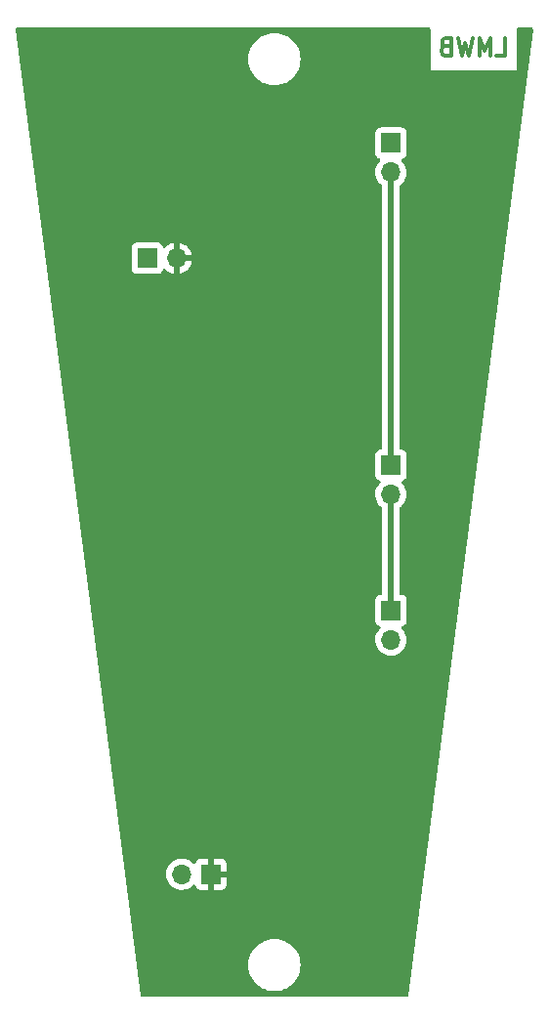
<source format=gbl>
G04 #@! TF.GenerationSoftware,KiCad,Pcbnew,6.0.11-2627ca5db0~126~ubuntu22.04.1*
G04 #@! TF.CreationDate,2023-11-05T13:12:04+01:00*
G04 #@! TF.ProjectId,CC_LED_Driver,43435f4c-4544-45f4-9472-697665722e6b,rev?*
G04 #@! TF.SameCoordinates,Original*
G04 #@! TF.FileFunction,Copper,L2,Bot*
G04 #@! TF.FilePolarity,Positive*
%FSLAX46Y46*%
G04 Gerber Fmt 4.6, Leading zero omitted, Abs format (unit mm)*
G04 Created by KiCad (PCBNEW 6.0.11-2627ca5db0~126~ubuntu22.04.1) date 2023-11-05 13:12:04*
%MOMM*%
%LPD*%
G01*
G04 APERTURE LIST*
%ADD10C,0.300000*%
G04 #@! TA.AperFunction,NonConductor*
%ADD11C,0.300000*%
G04 #@! TD*
G04 #@! TA.AperFunction,ComponentPad*
%ADD12R,1.700000X1.700000*%
G04 #@! TD*
G04 #@! TA.AperFunction,ComponentPad*
%ADD13O,1.700000X1.700000*%
G04 #@! TD*
G04 #@! TA.AperFunction,ViaPad*
%ADD14C,0.800000*%
G04 #@! TD*
G04 #@! TA.AperFunction,Conductor*
%ADD15C,0.500000*%
G04 #@! TD*
G04 APERTURE END LIST*
D10*
D11*
X144750000Y-63928571D02*
X145464285Y-63928571D01*
X145464285Y-62428571D01*
X144250000Y-63928571D02*
X144250000Y-62428571D01*
X143750000Y-63500000D01*
X143250000Y-62428571D01*
X143250000Y-63928571D01*
X142678571Y-62428571D02*
X142321428Y-63928571D01*
X142035714Y-62857142D01*
X141750000Y-63928571D01*
X141392857Y-62428571D01*
X140321428Y-63142857D02*
X140107142Y-63214285D01*
X140035714Y-63285714D01*
X139964285Y-63428571D01*
X139964285Y-63642857D01*
X140035714Y-63785714D01*
X140107142Y-63857142D01*
X140250000Y-63928571D01*
X140821428Y-63928571D01*
X140821428Y-62428571D01*
X140321428Y-62428571D01*
X140178571Y-62500000D01*
X140107142Y-62571428D01*
X140035714Y-62714285D01*
X140035714Y-62857142D01*
X140107142Y-63000000D01*
X140178571Y-63071428D01*
X140321428Y-63142857D01*
X140821428Y-63142857D01*
D12*
X135600000Y-112025000D03*
D13*
X135600000Y-114565000D03*
D12*
X114475000Y-81500000D03*
D13*
X117015000Y-81500000D03*
D12*
X120000000Y-134875000D03*
D13*
X117460000Y-134875000D03*
D12*
X135600000Y-71525000D03*
D13*
X135600000Y-74065000D03*
D12*
X135600000Y-99425000D03*
D13*
X135600000Y-101965000D03*
D14*
X131750000Y-142750000D03*
X124500000Y-136750000D03*
X129000000Y-142750000D03*
X134500000Y-142750000D03*
D15*
X135600000Y-99425000D02*
X135600000Y-74065000D01*
X135600000Y-101965000D02*
X135600000Y-112025000D01*
G04 #@! TA.AperFunction,Conductor*
G36*
X138962193Y-61528502D02*
G01*
X139008686Y-61582158D01*
X139020072Y-61634500D01*
X139020072Y-65191000D01*
X146479929Y-65191000D01*
X146479929Y-61634500D01*
X146499931Y-61566379D01*
X146553587Y-61519886D01*
X146605929Y-61508500D01*
X147778096Y-61508500D01*
X147846217Y-61528502D01*
X147892710Y-61582158D01*
X147903054Y-61650671D01*
X137067278Y-145381671D01*
X137038699Y-145446661D01*
X136979520Y-145485883D01*
X136942320Y-145491500D01*
X114057680Y-145491500D01*
X113989559Y-145471498D01*
X113943066Y-145417842D01*
X113932722Y-145381671D01*
X113592153Y-142750000D01*
X123236654Y-142750000D01*
X123256017Y-143045426D01*
X123313776Y-143335797D01*
X123408941Y-143616145D01*
X123539885Y-143881673D01*
X123704367Y-144127838D01*
X123707081Y-144130932D01*
X123707085Y-144130938D01*
X123896864Y-144347338D01*
X123899573Y-144350427D01*
X123902662Y-144353136D01*
X124119062Y-144542915D01*
X124119068Y-144542919D01*
X124122162Y-144545633D01*
X124125588Y-144547922D01*
X124125593Y-144547926D01*
X124309405Y-144670744D01*
X124368327Y-144710115D01*
X124372026Y-144711939D01*
X124372031Y-144711942D01*
X124508313Y-144779148D01*
X124633855Y-144841059D01*
X124637760Y-144842384D01*
X124637761Y-144842385D01*
X124910290Y-144934896D01*
X124910294Y-144934897D01*
X124914203Y-144936224D01*
X124918247Y-144937028D01*
X124918253Y-144937030D01*
X125200535Y-144993180D01*
X125200541Y-144993181D01*
X125204574Y-144993983D01*
X125208679Y-144994252D01*
X125208686Y-144994253D01*
X125495881Y-145013076D01*
X125500000Y-145013346D01*
X125504119Y-145013076D01*
X125791314Y-144994253D01*
X125791321Y-144994252D01*
X125795426Y-144993983D01*
X125799459Y-144993181D01*
X125799465Y-144993180D01*
X126081747Y-144937030D01*
X126081753Y-144937028D01*
X126085797Y-144936224D01*
X126089706Y-144934897D01*
X126089710Y-144934896D01*
X126362239Y-144842385D01*
X126362240Y-144842384D01*
X126366145Y-144841059D01*
X126491687Y-144779148D01*
X126627969Y-144711942D01*
X126627974Y-144711939D01*
X126631673Y-144710115D01*
X126690595Y-144670744D01*
X126874407Y-144547926D01*
X126874412Y-144547922D01*
X126877838Y-144545633D01*
X126880932Y-144542919D01*
X126880938Y-144542915D01*
X127097338Y-144353136D01*
X127100427Y-144350427D01*
X127103136Y-144347338D01*
X127292915Y-144130938D01*
X127292919Y-144130932D01*
X127295633Y-144127838D01*
X127460115Y-143881673D01*
X127591059Y-143616145D01*
X127686224Y-143335797D01*
X127743983Y-143045426D01*
X127763346Y-142750000D01*
X127743983Y-142454574D01*
X127686224Y-142164203D01*
X127591059Y-141883855D01*
X127460115Y-141618327D01*
X127295633Y-141372162D01*
X127292919Y-141369068D01*
X127292915Y-141369062D01*
X127103136Y-141152662D01*
X127100427Y-141149573D01*
X127097338Y-141146864D01*
X126880938Y-140957085D01*
X126880932Y-140957081D01*
X126877838Y-140954367D01*
X126874412Y-140952078D01*
X126874407Y-140952074D01*
X126635106Y-140792179D01*
X126631673Y-140789885D01*
X126627974Y-140788061D01*
X126627969Y-140788058D01*
X126491687Y-140720852D01*
X126366145Y-140658941D01*
X126362239Y-140657615D01*
X126089710Y-140565104D01*
X126089706Y-140565103D01*
X126085797Y-140563776D01*
X126081753Y-140562972D01*
X126081747Y-140562970D01*
X125799465Y-140506820D01*
X125799459Y-140506819D01*
X125795426Y-140506017D01*
X125791321Y-140505748D01*
X125791314Y-140505747D01*
X125504119Y-140486924D01*
X125500000Y-140486654D01*
X125495881Y-140486924D01*
X125208686Y-140505747D01*
X125208679Y-140505748D01*
X125204574Y-140506017D01*
X125200541Y-140506819D01*
X125200535Y-140506820D01*
X124918253Y-140562970D01*
X124918247Y-140562972D01*
X124914203Y-140563776D01*
X124910294Y-140565103D01*
X124910290Y-140565104D01*
X124637761Y-140657615D01*
X124633855Y-140658941D01*
X124508313Y-140720852D01*
X124372031Y-140788058D01*
X124372026Y-140788061D01*
X124368327Y-140789885D01*
X124364894Y-140792179D01*
X124125593Y-140952074D01*
X124125588Y-140952078D01*
X124122162Y-140954367D01*
X124119068Y-140957081D01*
X124119062Y-140957085D01*
X123902662Y-141146864D01*
X123899573Y-141149573D01*
X123896864Y-141152662D01*
X123707085Y-141369062D01*
X123707081Y-141369068D01*
X123704367Y-141372162D01*
X123539885Y-141618327D01*
X123408941Y-141883855D01*
X123313776Y-142164203D01*
X123256017Y-142454574D01*
X123236654Y-142750000D01*
X113592153Y-142750000D01*
X112568725Y-134841695D01*
X116097251Y-134841695D01*
X116110110Y-135064715D01*
X116111247Y-135069761D01*
X116111248Y-135069767D01*
X116125606Y-135133475D01*
X116159222Y-135282639D01*
X116243266Y-135489616D01*
X116359987Y-135680088D01*
X116506250Y-135848938D01*
X116678126Y-135991632D01*
X116871000Y-136104338D01*
X117079692Y-136184030D01*
X117084760Y-136185061D01*
X117084763Y-136185062D01*
X117192017Y-136206883D01*
X117298597Y-136228567D01*
X117303772Y-136228757D01*
X117303774Y-136228757D01*
X117516673Y-136236564D01*
X117516677Y-136236564D01*
X117521837Y-136236753D01*
X117526957Y-136236097D01*
X117526959Y-136236097D01*
X117738288Y-136209025D01*
X117738289Y-136209025D01*
X117743416Y-136208368D01*
X117748366Y-136206883D01*
X117952429Y-136145661D01*
X117952434Y-136145659D01*
X117957384Y-136144174D01*
X118157994Y-136045896D01*
X118339860Y-135916173D01*
X118407331Y-135848938D01*
X118448479Y-135807933D01*
X118510851Y-135774017D01*
X118581658Y-135779205D01*
X118638419Y-135821851D01*
X118655401Y-135852954D01*
X118696676Y-135963054D01*
X118705214Y-135978649D01*
X118781715Y-136080724D01*
X118794276Y-136093285D01*
X118896351Y-136169786D01*
X118911946Y-136178324D01*
X119032394Y-136223478D01*
X119047649Y-136227105D01*
X119098514Y-136232631D01*
X119105328Y-136233000D01*
X119727885Y-136233000D01*
X119743124Y-136228525D01*
X119744329Y-136227135D01*
X119746000Y-136219452D01*
X119746000Y-136214884D01*
X120254000Y-136214884D01*
X120258475Y-136230123D01*
X120259865Y-136231328D01*
X120267548Y-136232999D01*
X120894669Y-136232999D01*
X120901490Y-136232629D01*
X120952352Y-136227105D01*
X120967604Y-136223479D01*
X121088054Y-136178324D01*
X121103649Y-136169786D01*
X121205724Y-136093285D01*
X121218285Y-136080724D01*
X121294786Y-135978649D01*
X121303324Y-135963054D01*
X121348478Y-135842606D01*
X121352105Y-135827351D01*
X121357631Y-135776486D01*
X121358000Y-135769672D01*
X121358000Y-135147115D01*
X121353525Y-135131876D01*
X121352135Y-135130671D01*
X121344452Y-135129000D01*
X120272115Y-135129000D01*
X120256876Y-135133475D01*
X120255671Y-135134865D01*
X120254000Y-135142548D01*
X120254000Y-136214884D01*
X119746000Y-136214884D01*
X119746000Y-134602885D01*
X120254000Y-134602885D01*
X120258475Y-134618124D01*
X120259865Y-134619329D01*
X120267548Y-134621000D01*
X121339884Y-134621000D01*
X121355123Y-134616525D01*
X121356328Y-134615135D01*
X121357999Y-134607452D01*
X121357999Y-133980331D01*
X121357629Y-133973510D01*
X121352105Y-133922648D01*
X121348479Y-133907396D01*
X121303324Y-133786946D01*
X121294786Y-133771351D01*
X121218285Y-133669276D01*
X121205724Y-133656715D01*
X121103649Y-133580214D01*
X121088054Y-133571676D01*
X120967606Y-133526522D01*
X120952351Y-133522895D01*
X120901486Y-133517369D01*
X120894672Y-133517000D01*
X120272115Y-133517000D01*
X120256876Y-133521475D01*
X120255671Y-133522865D01*
X120254000Y-133530548D01*
X120254000Y-134602885D01*
X119746000Y-134602885D01*
X119746000Y-133535116D01*
X119741525Y-133519877D01*
X119740135Y-133518672D01*
X119732452Y-133517001D01*
X119105331Y-133517001D01*
X119098510Y-133517371D01*
X119047648Y-133522895D01*
X119032396Y-133526521D01*
X118911946Y-133571676D01*
X118896351Y-133580214D01*
X118794276Y-133656715D01*
X118781715Y-133669276D01*
X118705214Y-133771351D01*
X118696676Y-133786946D01*
X118655297Y-133897322D01*
X118612655Y-133954087D01*
X118546093Y-133978786D01*
X118476744Y-133963578D01*
X118444121Y-133937891D01*
X118393151Y-133881876D01*
X118393148Y-133881873D01*
X118389670Y-133878051D01*
X118385619Y-133874852D01*
X118385615Y-133874848D01*
X118218414Y-133742800D01*
X118218410Y-133742798D01*
X118214359Y-133739598D01*
X118018789Y-133631638D01*
X118013920Y-133629914D01*
X118013916Y-133629912D01*
X117813087Y-133558795D01*
X117813083Y-133558794D01*
X117808212Y-133557069D01*
X117803119Y-133556162D01*
X117803116Y-133556161D01*
X117593373Y-133518800D01*
X117593367Y-133518799D01*
X117588284Y-133517894D01*
X117514452Y-133516992D01*
X117370081Y-133515228D01*
X117370079Y-133515228D01*
X117364911Y-133515165D01*
X117144091Y-133548955D01*
X116931756Y-133618357D01*
X116733607Y-133721507D01*
X116729474Y-133724610D01*
X116729471Y-133724612D01*
X116646450Y-133786946D01*
X116554965Y-133855635D01*
X116400629Y-134017138D01*
X116274743Y-134201680D01*
X116180688Y-134404305D01*
X116120989Y-134619570D01*
X116097251Y-134841695D01*
X112568725Y-134841695D01*
X109940372Y-114531695D01*
X134237251Y-114531695D01*
X134237548Y-114536848D01*
X134237548Y-114536851D01*
X134243011Y-114631590D01*
X134250110Y-114754715D01*
X134251247Y-114759761D01*
X134251248Y-114759767D01*
X134271119Y-114847939D01*
X134299222Y-114972639D01*
X134383266Y-115179616D01*
X134499987Y-115370088D01*
X134646250Y-115538938D01*
X134818126Y-115681632D01*
X135011000Y-115794338D01*
X135219692Y-115874030D01*
X135224760Y-115875061D01*
X135224763Y-115875062D01*
X135332017Y-115896883D01*
X135438597Y-115918567D01*
X135443772Y-115918757D01*
X135443774Y-115918757D01*
X135656673Y-115926564D01*
X135656677Y-115926564D01*
X135661837Y-115926753D01*
X135666957Y-115926097D01*
X135666959Y-115926097D01*
X135878288Y-115899025D01*
X135878289Y-115899025D01*
X135883416Y-115898368D01*
X135888366Y-115896883D01*
X136092429Y-115835661D01*
X136092434Y-115835659D01*
X136097384Y-115834174D01*
X136297994Y-115735896D01*
X136479860Y-115606173D01*
X136638096Y-115448489D01*
X136697594Y-115365689D01*
X136765435Y-115271277D01*
X136768453Y-115267077D01*
X136867430Y-115066811D01*
X136932370Y-114853069D01*
X136961529Y-114631590D01*
X136963156Y-114565000D01*
X136944852Y-114342361D01*
X136890431Y-114125702D01*
X136801354Y-113920840D01*
X136680014Y-113733277D01*
X136676532Y-113729450D01*
X136532798Y-113571488D01*
X136501746Y-113507642D01*
X136510141Y-113437143D01*
X136555317Y-113382375D01*
X136581761Y-113368706D01*
X136688297Y-113328767D01*
X136696705Y-113325615D01*
X136813261Y-113238261D01*
X136900615Y-113121705D01*
X136951745Y-112985316D01*
X136958500Y-112923134D01*
X136958500Y-111126866D01*
X136951745Y-111064684D01*
X136900615Y-110928295D01*
X136813261Y-110811739D01*
X136696705Y-110724385D01*
X136560316Y-110673255D01*
X136498134Y-110666500D01*
X136484500Y-110666500D01*
X136416379Y-110646498D01*
X136369886Y-110592842D01*
X136358500Y-110540500D01*
X136358500Y-103157632D01*
X136378502Y-103089511D01*
X136411331Y-103055054D01*
X136479860Y-103006173D01*
X136638096Y-102848489D01*
X136697594Y-102765689D01*
X136765435Y-102671277D01*
X136768453Y-102667077D01*
X136867430Y-102466811D01*
X136932370Y-102253069D01*
X136961529Y-102031590D01*
X136963156Y-101965000D01*
X136944852Y-101742361D01*
X136890431Y-101525702D01*
X136801354Y-101320840D01*
X136680014Y-101133277D01*
X136676532Y-101129450D01*
X136532798Y-100971488D01*
X136501746Y-100907642D01*
X136510141Y-100837143D01*
X136555317Y-100782375D01*
X136581761Y-100768706D01*
X136688297Y-100728767D01*
X136696705Y-100725615D01*
X136813261Y-100638261D01*
X136900615Y-100521705D01*
X136951745Y-100385316D01*
X136958500Y-100323134D01*
X136958500Y-98526866D01*
X136951745Y-98464684D01*
X136900615Y-98328295D01*
X136813261Y-98211739D01*
X136696705Y-98124385D01*
X136560316Y-98073255D01*
X136498134Y-98066500D01*
X136484500Y-98066500D01*
X136416379Y-98046498D01*
X136369886Y-97992842D01*
X136358500Y-97940500D01*
X136358500Y-75257632D01*
X136378502Y-75189511D01*
X136411331Y-75155054D01*
X136479860Y-75106173D01*
X136638096Y-74948489D01*
X136697594Y-74865689D01*
X136765435Y-74771277D01*
X136768453Y-74767077D01*
X136867430Y-74566811D01*
X136932370Y-74353069D01*
X136961529Y-74131590D01*
X136963156Y-74065000D01*
X136944852Y-73842361D01*
X136890431Y-73625702D01*
X136801354Y-73420840D01*
X136680014Y-73233277D01*
X136676532Y-73229450D01*
X136532798Y-73071488D01*
X136501746Y-73007642D01*
X136510141Y-72937143D01*
X136555317Y-72882375D01*
X136581761Y-72868706D01*
X136688297Y-72828767D01*
X136696705Y-72825615D01*
X136813261Y-72738261D01*
X136900615Y-72621705D01*
X136951745Y-72485316D01*
X136958500Y-72423134D01*
X136958500Y-70626866D01*
X136951745Y-70564684D01*
X136900615Y-70428295D01*
X136813261Y-70311739D01*
X136696705Y-70224385D01*
X136560316Y-70173255D01*
X136498134Y-70166500D01*
X134701866Y-70166500D01*
X134639684Y-70173255D01*
X134503295Y-70224385D01*
X134386739Y-70311739D01*
X134299385Y-70428295D01*
X134248255Y-70564684D01*
X134241500Y-70626866D01*
X134241500Y-72423134D01*
X134248255Y-72485316D01*
X134299385Y-72621705D01*
X134386739Y-72738261D01*
X134503295Y-72825615D01*
X134511704Y-72828767D01*
X134511705Y-72828768D01*
X134620451Y-72869535D01*
X134677216Y-72912176D01*
X134701916Y-72978738D01*
X134686709Y-73048087D01*
X134667316Y-73074568D01*
X134540629Y-73207138D01*
X134414743Y-73391680D01*
X134320688Y-73594305D01*
X134260989Y-73809570D01*
X134237251Y-74031695D01*
X134237548Y-74036848D01*
X134237548Y-74036851D01*
X134243011Y-74131590D01*
X134250110Y-74254715D01*
X134251247Y-74259761D01*
X134251248Y-74259767D01*
X134271119Y-74347939D01*
X134299222Y-74472639D01*
X134383266Y-74679616D01*
X134499987Y-74870088D01*
X134646250Y-75038938D01*
X134795985Y-75163250D01*
X134835620Y-75222152D01*
X134841500Y-75260194D01*
X134841500Y-97940500D01*
X134821498Y-98008621D01*
X134767842Y-98055114D01*
X134715500Y-98066500D01*
X134701866Y-98066500D01*
X134639684Y-98073255D01*
X134503295Y-98124385D01*
X134386739Y-98211739D01*
X134299385Y-98328295D01*
X134248255Y-98464684D01*
X134241500Y-98526866D01*
X134241500Y-100323134D01*
X134248255Y-100385316D01*
X134299385Y-100521705D01*
X134386739Y-100638261D01*
X134503295Y-100725615D01*
X134511704Y-100728767D01*
X134511705Y-100728768D01*
X134620451Y-100769535D01*
X134677216Y-100812176D01*
X134701916Y-100878738D01*
X134686709Y-100948087D01*
X134667316Y-100974568D01*
X134540629Y-101107138D01*
X134414743Y-101291680D01*
X134320688Y-101494305D01*
X134260989Y-101709570D01*
X134237251Y-101931695D01*
X134237548Y-101936848D01*
X134237548Y-101936851D01*
X134243011Y-102031590D01*
X134250110Y-102154715D01*
X134251247Y-102159761D01*
X134251248Y-102159767D01*
X134271119Y-102247939D01*
X134299222Y-102372639D01*
X134383266Y-102579616D01*
X134499987Y-102770088D01*
X134646250Y-102938938D01*
X134795985Y-103063250D01*
X134835620Y-103122152D01*
X134841500Y-103160194D01*
X134841500Y-110540500D01*
X134821498Y-110608621D01*
X134767842Y-110655114D01*
X134715500Y-110666500D01*
X134701866Y-110666500D01*
X134639684Y-110673255D01*
X134503295Y-110724385D01*
X134386739Y-110811739D01*
X134299385Y-110928295D01*
X134248255Y-111064684D01*
X134241500Y-111126866D01*
X134241500Y-112923134D01*
X134248255Y-112985316D01*
X134299385Y-113121705D01*
X134386739Y-113238261D01*
X134503295Y-113325615D01*
X134511704Y-113328767D01*
X134511705Y-113328768D01*
X134620451Y-113369535D01*
X134677216Y-113412176D01*
X134701916Y-113478738D01*
X134686709Y-113548087D01*
X134667316Y-113574568D01*
X134540629Y-113707138D01*
X134414743Y-113891680D01*
X134320688Y-114094305D01*
X134260989Y-114309570D01*
X134237251Y-114531695D01*
X109940372Y-114531695D01*
X105781912Y-82398134D01*
X113116500Y-82398134D01*
X113123255Y-82460316D01*
X113174385Y-82596705D01*
X113261739Y-82713261D01*
X113378295Y-82800615D01*
X113514684Y-82851745D01*
X113576866Y-82858500D01*
X115373134Y-82858500D01*
X115435316Y-82851745D01*
X115571705Y-82800615D01*
X115688261Y-82713261D01*
X115775615Y-82596705D01*
X115819798Y-82478848D01*
X115862440Y-82422084D01*
X115929001Y-82397384D01*
X115998350Y-82412592D01*
X116033017Y-82440580D01*
X116058218Y-82469673D01*
X116065580Y-82476883D01*
X116229434Y-82612916D01*
X116237881Y-82618831D01*
X116421756Y-82726279D01*
X116431042Y-82730729D01*
X116630001Y-82806703D01*
X116639899Y-82809579D01*
X116743250Y-82830606D01*
X116757299Y-82829410D01*
X116761000Y-82819065D01*
X116761000Y-82818517D01*
X117269000Y-82818517D01*
X117273064Y-82832359D01*
X117286478Y-82834393D01*
X117293184Y-82833534D01*
X117303262Y-82831392D01*
X117507255Y-82770191D01*
X117516842Y-82766433D01*
X117708095Y-82672739D01*
X117716945Y-82667464D01*
X117890328Y-82543792D01*
X117898200Y-82537139D01*
X118049052Y-82386812D01*
X118055730Y-82378965D01*
X118180003Y-82206020D01*
X118185313Y-82197183D01*
X118279670Y-82006267D01*
X118283469Y-81996672D01*
X118345377Y-81792910D01*
X118347555Y-81782837D01*
X118348986Y-81771962D01*
X118346775Y-81757778D01*
X118333617Y-81754000D01*
X117287115Y-81754000D01*
X117271876Y-81758475D01*
X117270671Y-81759865D01*
X117269000Y-81767548D01*
X117269000Y-82818517D01*
X116761000Y-82818517D01*
X116761000Y-81227885D01*
X117269000Y-81227885D01*
X117273475Y-81243124D01*
X117274865Y-81244329D01*
X117282548Y-81246000D01*
X118333344Y-81246000D01*
X118346875Y-81242027D01*
X118348180Y-81232947D01*
X118306214Y-81065875D01*
X118302894Y-81056124D01*
X118217972Y-80860814D01*
X118213105Y-80851739D01*
X118097426Y-80672926D01*
X118091136Y-80664757D01*
X117947806Y-80507240D01*
X117940273Y-80500215D01*
X117773139Y-80368222D01*
X117764552Y-80362517D01*
X117578117Y-80259599D01*
X117568705Y-80255369D01*
X117367959Y-80184280D01*
X117357988Y-80181646D01*
X117286837Y-80168972D01*
X117273540Y-80170432D01*
X117269000Y-80184989D01*
X117269000Y-81227885D01*
X116761000Y-81227885D01*
X116761000Y-80183102D01*
X116757082Y-80169758D01*
X116742806Y-80167771D01*
X116704324Y-80173660D01*
X116694288Y-80176051D01*
X116491868Y-80242212D01*
X116482359Y-80246209D01*
X116293463Y-80344542D01*
X116284738Y-80350036D01*
X116114433Y-80477905D01*
X116106726Y-80484748D01*
X116029478Y-80565584D01*
X115967954Y-80601014D01*
X115897042Y-80597557D01*
X115839255Y-80556311D01*
X115820402Y-80522763D01*
X115778767Y-80411703D01*
X115775615Y-80403295D01*
X115688261Y-80286739D01*
X115571705Y-80199385D01*
X115435316Y-80148255D01*
X115373134Y-80141500D01*
X113576866Y-80141500D01*
X113514684Y-80148255D01*
X113378295Y-80199385D01*
X113261739Y-80286739D01*
X113174385Y-80403295D01*
X113123255Y-80539684D01*
X113116500Y-80601866D01*
X113116500Y-82398134D01*
X105781912Y-82398134D01*
X103433330Y-64250000D01*
X123236654Y-64250000D01*
X123256017Y-64545426D01*
X123313776Y-64835797D01*
X123408941Y-65116145D01*
X123539885Y-65381673D01*
X123704367Y-65627838D01*
X123707081Y-65630932D01*
X123707085Y-65630938D01*
X123896864Y-65847338D01*
X123899573Y-65850427D01*
X123902662Y-65853136D01*
X124119062Y-66042915D01*
X124119068Y-66042919D01*
X124122162Y-66045633D01*
X124125588Y-66047922D01*
X124125593Y-66047926D01*
X124309405Y-66170744D01*
X124368327Y-66210115D01*
X124372026Y-66211939D01*
X124372031Y-66211942D01*
X124508313Y-66279148D01*
X124633855Y-66341059D01*
X124637760Y-66342384D01*
X124637761Y-66342385D01*
X124910290Y-66434896D01*
X124910294Y-66434897D01*
X124914203Y-66436224D01*
X124918247Y-66437028D01*
X124918253Y-66437030D01*
X125200535Y-66493180D01*
X125200541Y-66493181D01*
X125204574Y-66493983D01*
X125208679Y-66494252D01*
X125208686Y-66494253D01*
X125495881Y-66513076D01*
X125500000Y-66513346D01*
X125504119Y-66513076D01*
X125791314Y-66494253D01*
X125791321Y-66494252D01*
X125795426Y-66493983D01*
X125799459Y-66493181D01*
X125799465Y-66493180D01*
X126081747Y-66437030D01*
X126081753Y-66437028D01*
X126085797Y-66436224D01*
X126089706Y-66434897D01*
X126089710Y-66434896D01*
X126362239Y-66342385D01*
X126362240Y-66342384D01*
X126366145Y-66341059D01*
X126491687Y-66279148D01*
X126627969Y-66211942D01*
X126627974Y-66211939D01*
X126631673Y-66210115D01*
X126690595Y-66170744D01*
X126874407Y-66047926D01*
X126874412Y-66047922D01*
X126877838Y-66045633D01*
X126880932Y-66042919D01*
X126880938Y-66042915D01*
X127097338Y-65853136D01*
X127100427Y-65850427D01*
X127103136Y-65847338D01*
X127292915Y-65630938D01*
X127292919Y-65630932D01*
X127295633Y-65627838D01*
X127460115Y-65381673D01*
X127591059Y-65116145D01*
X127686224Y-64835797D01*
X127743983Y-64545426D01*
X127763346Y-64250000D01*
X127743983Y-63954574D01*
X127686224Y-63664203D01*
X127591059Y-63383855D01*
X127460115Y-63118327D01*
X127295633Y-62872162D01*
X127292919Y-62869068D01*
X127292915Y-62869062D01*
X127103136Y-62652662D01*
X127100427Y-62649573D01*
X127097338Y-62646864D01*
X126880938Y-62457085D01*
X126880932Y-62457081D01*
X126877838Y-62454367D01*
X126874412Y-62452078D01*
X126874407Y-62452074D01*
X126635106Y-62292179D01*
X126631673Y-62289885D01*
X126627974Y-62288061D01*
X126627969Y-62288058D01*
X126491687Y-62220852D01*
X126366145Y-62158941D01*
X126362239Y-62157615D01*
X126089710Y-62065104D01*
X126089706Y-62065103D01*
X126085797Y-62063776D01*
X126081753Y-62062972D01*
X126081747Y-62062970D01*
X125799465Y-62006820D01*
X125799459Y-62006819D01*
X125795426Y-62006017D01*
X125791321Y-62005748D01*
X125791314Y-62005747D01*
X125504119Y-61986924D01*
X125500000Y-61986654D01*
X125495881Y-61986924D01*
X125208686Y-62005747D01*
X125208679Y-62005748D01*
X125204574Y-62006017D01*
X125200541Y-62006819D01*
X125200535Y-62006820D01*
X124918253Y-62062970D01*
X124918247Y-62062972D01*
X124914203Y-62063776D01*
X124910294Y-62065103D01*
X124910290Y-62065104D01*
X124637761Y-62157615D01*
X124633855Y-62158941D01*
X124508313Y-62220852D01*
X124372031Y-62288058D01*
X124372026Y-62288061D01*
X124368327Y-62289885D01*
X124364894Y-62292179D01*
X124125593Y-62452074D01*
X124125588Y-62452078D01*
X124122162Y-62454367D01*
X124119068Y-62457081D01*
X124119062Y-62457085D01*
X123902662Y-62646864D01*
X123899573Y-62649573D01*
X123896864Y-62652662D01*
X123707085Y-62869062D01*
X123707081Y-62869068D01*
X123704367Y-62872162D01*
X123539885Y-63118327D01*
X123408941Y-63383855D01*
X123313776Y-63664203D01*
X123256017Y-63954574D01*
X123236654Y-64250000D01*
X103433330Y-64250000D01*
X103096946Y-61650671D01*
X103108040Y-61580547D01*
X103155285Y-61527552D01*
X103221904Y-61508500D01*
X138894072Y-61508500D01*
X138962193Y-61528502D01*
G37*
G04 #@! TD.AperFunction*
M02*

</source>
